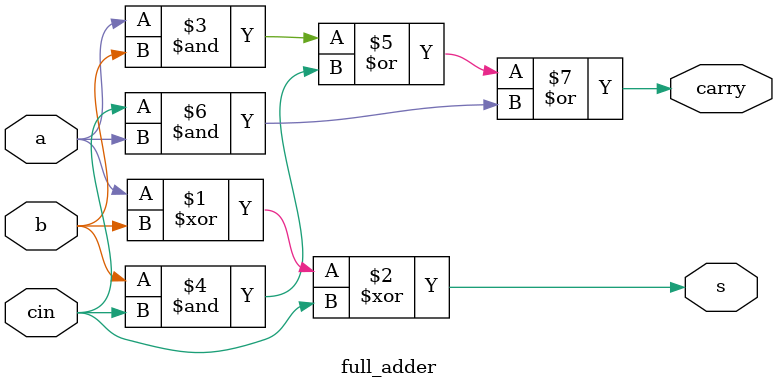
<source format=v>
`timescale 1ns / 1ps
module full_adder(a,b,cin,s,carry);
input a,b,cin;
output s,carry;
assign s=a^b^cin;
assign carry=(a&b)|(b&cin)|(cin&a);
endmodule

</source>
